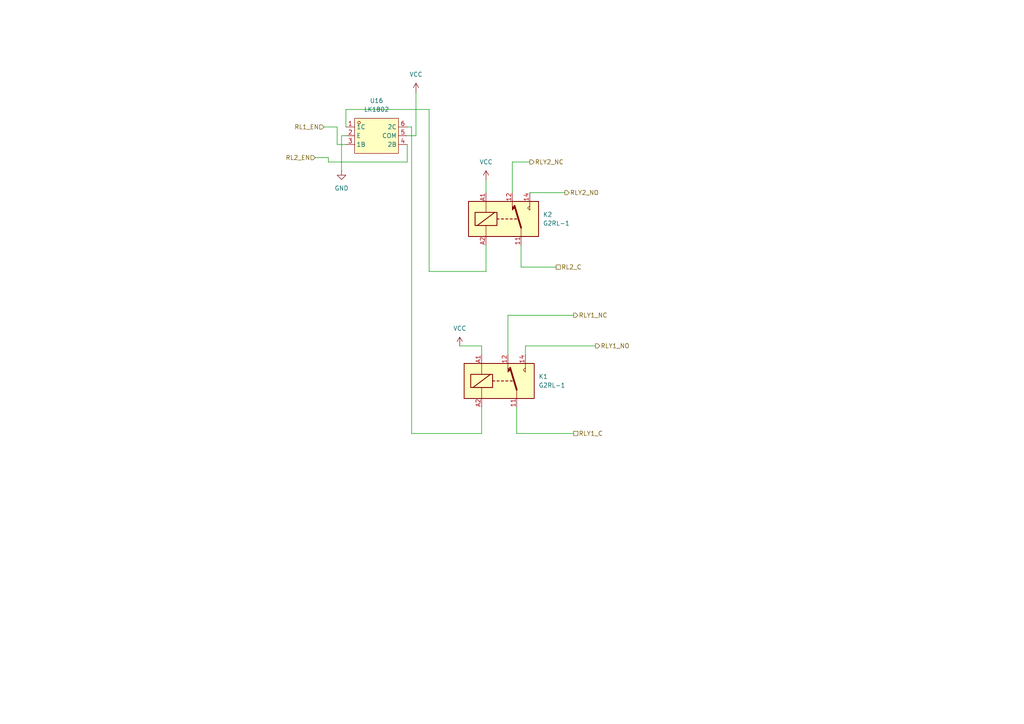
<source format=kicad_sch>
(kicad_sch
	(version 20250114)
	(generator "eeschema")
	(generator_version "9.0")
	(uuid "f0c0d355-bef8-4c0d-a8e6-fde3526caf66")
	(paper "A4")
	(lib_symbols
		(symbol "Relay:G2RL-1"
			(exclude_from_sim no)
			(in_bom yes)
			(on_board yes)
			(property "Reference" "K"
				(at 11.43 3.81 0)
				(effects
					(font
						(size 1.27 1.27)
					)
					(justify left)
				)
			)
			(property "Value" "G2RL-1"
				(at 11.43 1.27 0)
				(effects
					(font
						(size 1.27 1.27)
					)
					(justify left)
				)
			)
			(property "Footprint" "Relay_THT:Relay_SPDT_Omron_G2RL-1"
				(at 11.43 -1.27 0)
				(effects
					(font
						(size 1.27 1.27)
					)
					(justify left)
					(hide yes)
				)
			)
			(property "Datasheet" "https://omronfs.omron.com/en_US/ecb/products/pdf/en-g2rl.pdf"
				(at 0 0 0)
				(effects
					(font
						(size 1.27 1.27)
					)
					(hide yes)
				)
			)
			(property "Description" "General Purpose Low Profile Relay SPDT Through Hole, Omron G2RL series, 12A 250VAC"
				(at 0 0 0)
				(effects
					(font
						(size 1.27 1.27)
					)
					(hide yes)
				)
			)
			(property "ki_keywords" "Single Pole Relay SPDT Omron"
				(at 0 0 0)
				(effects
					(font
						(size 1.27 1.27)
					)
					(hide yes)
				)
			)
			(property "ki_fp_filters" "Relay?SPDT?Omron?G2RL*"
				(at 0 0 0)
				(effects
					(font
						(size 1.27 1.27)
					)
					(hide yes)
				)
			)
			(symbol "G2RL-1_0_0"
				(polyline
					(pts
						(xy 7.62 5.08) (xy 7.62 2.54) (xy 6.985 3.175) (xy 7.62 3.81)
					)
					(stroke
						(width 0)
						(type default)
					)
					(fill
						(type none)
					)
				)
			)
			(symbol "G2RL-1_0_1"
				(rectangle
					(start -10.16 5.08)
					(end 10.16 -5.08)
					(stroke
						(width 0.254)
						(type default)
					)
					(fill
						(type background)
					)
				)
				(rectangle
					(start -8.255 1.905)
					(end -1.905 -1.905)
					(stroke
						(width 0.254)
						(type default)
					)
					(fill
						(type none)
					)
				)
				(polyline
					(pts
						(xy -7.62 -1.905) (xy -2.54 1.905)
					)
					(stroke
						(width 0.254)
						(type default)
					)
					(fill
						(type none)
					)
				)
				(polyline
					(pts
						(xy -5.08 5.08) (xy -5.08 1.905)
					)
					(stroke
						(width 0)
						(type default)
					)
					(fill
						(type none)
					)
				)
				(polyline
					(pts
						(xy -5.08 -5.08) (xy -5.08 -1.905)
					)
					(stroke
						(width 0)
						(type default)
					)
					(fill
						(type none)
					)
				)
				(polyline
					(pts
						(xy -1.905 0) (xy -1.27 0)
					)
					(stroke
						(width 0.254)
						(type default)
					)
					(fill
						(type none)
					)
				)
				(polyline
					(pts
						(xy -0.635 0) (xy 0 0)
					)
					(stroke
						(width 0.254)
						(type default)
					)
					(fill
						(type none)
					)
				)
				(polyline
					(pts
						(xy 0.635 0) (xy 1.27 0)
					)
					(stroke
						(width 0.254)
						(type default)
					)
					(fill
						(type none)
					)
				)
				(polyline
					(pts
						(xy 1.905 0) (xy 2.54 0)
					)
					(stroke
						(width 0.254)
						(type default)
					)
					(fill
						(type none)
					)
				)
				(polyline
					(pts
						(xy 2.54 5.08) (xy 2.54 2.54) (xy 3.175 3.175) (xy 2.54 3.81)
					)
					(stroke
						(width 0)
						(type default)
					)
					(fill
						(type outline)
					)
				)
				(polyline
					(pts
						(xy 3.175 0) (xy 3.81 0)
					)
					(stroke
						(width 0.254)
						(type default)
					)
					(fill
						(type none)
					)
				)
				(polyline
					(pts
						(xy 5.08 -2.54) (xy 3.175 3.81)
					)
					(stroke
						(width 0.508)
						(type default)
					)
					(fill
						(type none)
					)
				)
				(polyline
					(pts
						(xy 5.08 -2.54) (xy 5.08 -5.08)
					)
					(stroke
						(width 0)
						(type default)
					)
					(fill
						(type none)
					)
				)
			)
			(symbol "G2RL-1_1_1"
				(pin passive line
					(at -5.08 7.62 270)
					(length 2.54)
					(name "~"
						(effects
							(font
								(size 1.27 1.27)
							)
						)
					)
					(number "A1"
						(effects
							(font
								(size 1.27 1.27)
							)
						)
					)
				)
				(pin passive line
					(at -5.08 -7.62 90)
					(length 2.54)
					(name "~"
						(effects
							(font
								(size 1.27 1.27)
							)
						)
					)
					(number "A2"
						(effects
							(font
								(size 1.27 1.27)
							)
						)
					)
				)
				(pin passive line
					(at 2.54 7.62 270)
					(length 2.54)
					(name "~"
						(effects
							(font
								(size 1.27 1.27)
							)
						)
					)
					(number "12"
						(effects
							(font
								(size 1.27 1.27)
							)
						)
					)
				)
				(pin passive line
					(at 5.08 -7.62 90)
					(length 2.54)
					(name "~"
						(effects
							(font
								(size 1.27 1.27)
							)
						)
					)
					(number "11"
						(effects
							(font
								(size 1.27 1.27)
							)
						)
					)
				)
				(pin passive line
					(at 7.62 7.62 270)
					(length 2.54)
					(name "~"
						(effects
							(font
								(size 1.27 1.27)
							)
						)
					)
					(number "14"
						(effects
							(font
								(size 1.27 1.27)
							)
						)
					)
				)
			)
			(embedded_fonts no)
		)
		(symbol "easyeda2kicad:LK1802"
			(exclude_from_sim no)
			(in_bom yes)
			(on_board yes)
			(property "Reference" "U"
				(at 0 7.62 0)
				(effects
					(font
						(size 1.27 1.27)
					)
				)
			)
			(property "Value" "LK1802"
				(at 0 -7.62 0)
				(effects
					(font
						(size 1.27 1.27)
					)
				)
			)
			(property "Footprint" "easyeda2kicad:SOT-23-6_L2.9-W1.6-P0.95-LS2.8-BR"
				(at 0 -10.16 0)
				(effects
					(font
						(size 1.27 1.27)
					)
					(hide yes)
				)
			)
			(property "Datasheet" ""
				(at 0 0 0)
				(effects
					(font
						(size 1.27 1.27)
					)
					(hide yes)
				)
			)
			(property "Description" ""
				(at 0 0 0)
				(effects
					(font
						(size 1.27 1.27)
					)
					(hide yes)
				)
			)
			(property "LCSC Part" "C2984831"
				(at 0 -12.7 0)
				(effects
					(font
						(size 1.27 1.27)
					)
					(hide yes)
				)
			)
			(symbol "LK1802_0_1"
				(rectangle
					(start -6.35 5.08)
					(end 6.35 -5.08)
					(stroke
						(width 0)
						(type default)
					)
					(fill
						(type background)
					)
				)
				(circle
					(center -5.08 3.81)
					(radius 0.38)
					(stroke
						(width 0)
						(type default)
					)
					(fill
						(type none)
					)
				)
				(pin unspecified line
					(at -8.89 2.54 0)
					(length 2.54)
					(name "1C"
						(effects
							(font
								(size 1.27 1.27)
							)
						)
					)
					(number "1"
						(effects
							(font
								(size 1.27 1.27)
							)
						)
					)
				)
				(pin unspecified line
					(at -8.89 0 0)
					(length 2.54)
					(name "E"
						(effects
							(font
								(size 1.27 1.27)
							)
						)
					)
					(number "2"
						(effects
							(font
								(size 1.27 1.27)
							)
						)
					)
				)
				(pin unspecified line
					(at -8.89 -2.54 0)
					(length 2.54)
					(name "1B"
						(effects
							(font
								(size 1.27 1.27)
							)
						)
					)
					(number "3"
						(effects
							(font
								(size 1.27 1.27)
							)
						)
					)
				)
				(pin unspecified line
					(at 8.89 2.54 180)
					(length 2.54)
					(name "2C"
						(effects
							(font
								(size 1.27 1.27)
							)
						)
					)
					(number "6"
						(effects
							(font
								(size 1.27 1.27)
							)
						)
					)
				)
				(pin unspecified line
					(at 8.89 0 180)
					(length 2.54)
					(name "COM"
						(effects
							(font
								(size 1.27 1.27)
							)
						)
					)
					(number "5"
						(effects
							(font
								(size 1.27 1.27)
							)
						)
					)
				)
				(pin unspecified line
					(at 8.89 -2.54 180)
					(length 2.54)
					(name "2B"
						(effects
							(font
								(size 1.27 1.27)
							)
						)
					)
					(number "4"
						(effects
							(font
								(size 1.27 1.27)
							)
						)
					)
				)
			)
			(embedded_fonts no)
		)
		(symbol "power:GND"
			(power)
			(pin_numbers
				(hide yes)
			)
			(pin_names
				(offset 0)
				(hide yes)
			)
			(exclude_from_sim no)
			(in_bom yes)
			(on_board yes)
			(property "Reference" "#PWR"
				(at 0 -6.35 0)
				(effects
					(font
						(size 1.27 1.27)
					)
					(hide yes)
				)
			)
			(property "Value" "GND"
				(at 0 -3.81 0)
				(effects
					(font
						(size 1.27 1.27)
					)
				)
			)
			(property "Footprint" ""
				(at 0 0 0)
				(effects
					(font
						(size 1.27 1.27)
					)
					(hide yes)
				)
			)
			(property "Datasheet" ""
				(at 0 0 0)
				(effects
					(font
						(size 1.27 1.27)
					)
					(hide yes)
				)
			)
			(property "Description" "Power symbol creates a global label with name \"GND\" , ground"
				(at 0 0 0)
				(effects
					(font
						(size 1.27 1.27)
					)
					(hide yes)
				)
			)
			(property "ki_keywords" "global power"
				(at 0 0 0)
				(effects
					(font
						(size 1.27 1.27)
					)
					(hide yes)
				)
			)
			(symbol "GND_0_1"
				(polyline
					(pts
						(xy 0 0) (xy 0 -1.27) (xy 1.27 -1.27) (xy 0 -2.54) (xy -1.27 -1.27) (xy 0 -1.27)
					)
					(stroke
						(width 0)
						(type default)
					)
					(fill
						(type none)
					)
				)
			)
			(symbol "GND_1_1"
				(pin power_in line
					(at 0 0 270)
					(length 0)
					(name "~"
						(effects
							(font
								(size 1.27 1.27)
							)
						)
					)
					(number "1"
						(effects
							(font
								(size 1.27 1.27)
							)
						)
					)
				)
			)
			(embedded_fonts no)
		)
		(symbol "power:VCC"
			(power)
			(pin_numbers
				(hide yes)
			)
			(pin_names
				(offset 0)
				(hide yes)
			)
			(exclude_from_sim no)
			(in_bom yes)
			(on_board yes)
			(property "Reference" "#PWR"
				(at 0 -3.81 0)
				(effects
					(font
						(size 1.27 1.27)
					)
					(hide yes)
				)
			)
			(property "Value" "VCC"
				(at 0 3.556 0)
				(effects
					(font
						(size 1.27 1.27)
					)
				)
			)
			(property "Footprint" ""
				(at 0 0 0)
				(effects
					(font
						(size 1.27 1.27)
					)
					(hide yes)
				)
			)
			(property "Datasheet" ""
				(at 0 0 0)
				(effects
					(font
						(size 1.27 1.27)
					)
					(hide yes)
				)
			)
			(property "Description" "Power symbol creates a global label with name \"VCC\""
				(at 0 0 0)
				(effects
					(font
						(size 1.27 1.27)
					)
					(hide yes)
				)
			)
			(property "ki_keywords" "global power"
				(at 0 0 0)
				(effects
					(font
						(size 1.27 1.27)
					)
					(hide yes)
				)
			)
			(symbol "VCC_0_1"
				(polyline
					(pts
						(xy -0.762 1.27) (xy 0 2.54)
					)
					(stroke
						(width 0)
						(type default)
					)
					(fill
						(type none)
					)
				)
				(polyline
					(pts
						(xy 0 2.54) (xy 0.762 1.27)
					)
					(stroke
						(width 0)
						(type default)
					)
					(fill
						(type none)
					)
				)
				(polyline
					(pts
						(xy 0 0) (xy 0 2.54)
					)
					(stroke
						(width 0)
						(type default)
					)
					(fill
						(type none)
					)
				)
			)
			(symbol "VCC_1_1"
				(pin power_in line
					(at 0 0 90)
					(length 0)
					(name "~"
						(effects
							(font
								(size 1.27 1.27)
							)
						)
					)
					(number "1"
						(effects
							(font
								(size 1.27 1.27)
							)
						)
					)
				)
			)
			(embedded_fonts no)
		)
	)
	(wire
		(pts
			(xy 91.44 45.72) (xy 95.25 45.72)
		)
		(stroke
			(width 0)
			(type default)
		)
		(uuid "04c4c06c-8b2e-4aa1-84a9-dacf2d7d8428")
	)
	(wire
		(pts
			(xy 118.11 36.83) (xy 119.38 36.83)
		)
		(stroke
			(width 0)
			(type default)
		)
		(uuid "0a25e465-eda1-4373-aee0-2320613b977b")
	)
	(wire
		(pts
			(xy 118.11 41.91) (xy 118.11 46.99)
		)
		(stroke
			(width 0)
			(type default)
		)
		(uuid "12a36efb-798a-4178-a564-a3b35c0e21ea")
	)
	(wire
		(pts
			(xy 153.67 55.88) (xy 163.83 55.88)
		)
		(stroke
			(width 0)
			(type default)
		)
		(uuid "3ce397b0-b17b-4eaf-b4e5-7217c5196d7d")
	)
	(wire
		(pts
			(xy 118.11 39.37) (xy 120.65 39.37)
		)
		(stroke
			(width 0)
			(type default)
		)
		(uuid "3d4e8413-04bd-472b-ae32-bf4b4dc87255")
	)
	(wire
		(pts
			(xy 100.33 31.75) (xy 124.46 31.75)
		)
		(stroke
			(width 0)
			(type default)
		)
		(uuid "4bc3335b-a3ae-4a85-b16a-2ad6721645db")
	)
	(wire
		(pts
			(xy 148.59 55.88) (xy 148.59 46.99)
		)
		(stroke
			(width 0)
			(type default)
		)
		(uuid "50c6ad9e-a1d0-4048-8d04-9b9dc55ca4b2")
	)
	(wire
		(pts
			(xy 93.98 36.83) (xy 97.79 36.83)
		)
		(stroke
			(width 0)
			(type default)
		)
		(uuid "59d42860-5f01-4cef-8b4d-ef9516818957")
	)
	(wire
		(pts
			(xy 152.4 100.33) (xy 172.72 100.33)
		)
		(stroke
			(width 0)
			(type default)
		)
		(uuid "64787a9b-f609-410b-b340-4d9c09b98b33")
	)
	(wire
		(pts
			(xy 140.97 52.07) (xy 140.97 55.88)
		)
		(stroke
			(width 0)
			(type default)
		)
		(uuid "64a9f3fb-6fa2-4864-9067-f7cfcc84a9ee")
	)
	(wire
		(pts
			(xy 149.86 125.73) (xy 149.86 118.11)
		)
		(stroke
			(width 0)
			(type default)
		)
		(uuid "696c5075-f4d2-4bb0-a6eb-8e35380fdf35")
	)
	(wire
		(pts
			(xy 161.29 77.47) (xy 151.13 77.47)
		)
		(stroke
			(width 0)
			(type default)
		)
		(uuid "6e381997-dab9-48f4-9907-88587915704f")
	)
	(wire
		(pts
			(xy 151.13 77.47) (xy 151.13 71.12)
		)
		(stroke
			(width 0)
			(type default)
		)
		(uuid "70c385b2-9b70-4e43-b1d8-c32e92508771")
	)
	(wire
		(pts
			(xy 100.33 36.83) (xy 100.33 31.75)
		)
		(stroke
			(width 0)
			(type default)
		)
		(uuid "81b1b8a0-c436-4bdb-b58c-6c8cc3b72ba5")
	)
	(wire
		(pts
			(xy 100.33 41.91) (xy 97.79 41.91)
		)
		(stroke
			(width 0)
			(type default)
		)
		(uuid "8856d1c2-9b28-43ac-b04b-62a1ef568b7d")
	)
	(wire
		(pts
			(xy 124.46 31.75) (xy 124.46 78.74)
		)
		(stroke
			(width 0)
			(type default)
		)
		(uuid "89e6d158-8db5-450c-a779-1c2fa6169362")
	)
	(wire
		(pts
			(xy 139.7 125.73) (xy 139.7 118.11)
		)
		(stroke
			(width 0)
			(type default)
		)
		(uuid "94bae566-02aa-40f6-a908-94b25eb392b8")
	)
	(wire
		(pts
			(xy 100.33 39.37) (xy 99.06 39.37)
		)
		(stroke
			(width 0)
			(type default)
		)
		(uuid "9fed31b4-7974-431b-ad23-d5f27f699eaa")
	)
	(wire
		(pts
			(xy 140.97 78.74) (xy 140.97 71.12)
		)
		(stroke
			(width 0)
			(type default)
		)
		(uuid "a4ffdbd2-22df-4194-8a61-ff7b184f670e")
	)
	(wire
		(pts
			(xy 95.25 46.99) (xy 95.25 45.72)
		)
		(stroke
			(width 0)
			(type default)
		)
		(uuid "ac06f1a3-a462-4773-a92b-2eaec1644fb8")
	)
	(wire
		(pts
			(xy 120.65 39.37) (xy 120.65 26.67)
		)
		(stroke
			(width 0)
			(type default)
		)
		(uuid "b035061d-e916-478e-b934-defe9817e7f2")
	)
	(wire
		(pts
			(xy 118.11 46.99) (xy 95.25 46.99)
		)
		(stroke
			(width 0)
			(type default)
		)
		(uuid "b10badca-128a-45c1-aa06-34f4450b506c")
	)
	(wire
		(pts
			(xy 147.32 91.44) (xy 166.37 91.44)
		)
		(stroke
			(width 0)
			(type default)
		)
		(uuid "b13e56fb-5e50-4737-b6d3-e56d1f3d4672")
	)
	(wire
		(pts
			(xy 124.46 78.74) (xy 140.97 78.74)
		)
		(stroke
			(width 0)
			(type default)
		)
		(uuid "b3b0b865-e1ff-4e1b-8435-31ca75974e00")
	)
	(wire
		(pts
			(xy 148.59 46.99) (xy 153.67 46.99)
		)
		(stroke
			(width 0)
			(type default)
		)
		(uuid "bbfe3fb2-b044-40f4-a57f-a3cfcb45f83b")
	)
	(wire
		(pts
			(xy 97.79 41.91) (xy 97.79 36.83)
		)
		(stroke
			(width 0)
			(type default)
		)
		(uuid "c33d0d11-4d59-4b93-abbf-cc6628800892")
	)
	(wire
		(pts
			(xy 149.86 125.73) (xy 166.37 125.73)
		)
		(stroke
			(width 0)
			(type default)
		)
		(uuid "c72aac4e-0bc8-4406-9e38-12f140ac71b8")
	)
	(wire
		(pts
			(xy 119.38 125.73) (xy 139.7 125.73)
		)
		(stroke
			(width 0)
			(type default)
		)
		(uuid "c7baa524-e194-440c-bb4f-70dbd369eaa9")
	)
	(wire
		(pts
			(xy 152.4 100.33) (xy 152.4 102.87)
		)
		(stroke
			(width 0)
			(type default)
		)
		(uuid "ccf90029-8ad6-4ff7-a2a4-432d1033afd8")
	)
	(wire
		(pts
			(xy 147.32 102.87) (xy 147.32 91.44)
		)
		(stroke
			(width 0)
			(type default)
		)
		(uuid "ce811ecf-6026-448c-83f4-018320158c5f")
	)
	(wire
		(pts
			(xy 119.38 36.83) (xy 119.38 125.73)
		)
		(stroke
			(width 0)
			(type default)
		)
		(uuid "ebd56e11-96a1-4fc8-b621-903e55e4df27")
	)
	(wire
		(pts
			(xy 133.35 100.33) (xy 139.7 100.33)
		)
		(stroke
			(width 0)
			(type default)
		)
		(uuid "ebee1216-88bd-4269-b065-0a75c955d893")
	)
	(wire
		(pts
			(xy 139.7 102.87) (xy 139.7 100.33)
		)
		(stroke
			(width 0)
			(type default)
		)
		(uuid "ec8fe67b-7028-4a16-9704-11af881c81af")
	)
	(wire
		(pts
			(xy 99.06 39.37) (xy 99.06 49.53)
		)
		(stroke
			(width 0)
			(type default)
		)
		(uuid "f71f397a-a792-4753-ba92-7438ebb9fb75")
	)
	(hierarchical_label "RL1_EN"
		(shape input)
		(at 93.98 36.83 180)
		(effects
			(font
				(size 1.27 1.27)
			)
			(justify right)
		)
		(uuid "12dca8f2-6be2-4642-a0ea-0e2fa78b47d9")
	)
	(hierarchical_label "RLY2_NC"
		(shape output)
		(at 153.67 46.99 0)
		(effects
			(font
				(size 1.27 1.27)
			)
			(justify left)
		)
		(uuid "27b9f241-5d0e-47ae-b217-8bd12d8db53c")
	)
	(hierarchical_label "RL2_EN"
		(shape input)
		(at 91.44 45.72 180)
		(effects
			(font
				(size 1.27 1.27)
			)
			(justify right)
		)
		(uuid "59113f7b-4276-47e9-b996-83415b7a7456")
	)
	(hierarchical_label "RLY1_C"
		(shape passive)
		(at 166.37 125.73 0)
		(effects
			(font
				(size 1.27 1.27)
			)
			(justify left)
		)
		(uuid "80fa3509-1f02-4f6b-b757-77da01a73e66")
	)
	(hierarchical_label "RLY1_NC"
		(shape output)
		(at 166.37 91.44 0)
		(effects
			(font
				(size 1.27 1.27)
			)
			(justify left)
		)
		(uuid "8b52caf0-1c07-4257-b5bb-d37a9f9488d2")
	)
	(hierarchical_label "RLY1_NO"
		(shape output)
		(at 172.72 100.33 0)
		(effects
			(font
				(size 1.27 1.27)
			)
			(justify left)
		)
		(uuid "b2d58568-e74a-4707-a655-2137ef8d6a8b")
	)
	(hierarchical_label "RL2_C"
		(shape passive)
		(at 161.29 77.47 0)
		(effects
			(font
				(size 1.27 1.27)
			)
			(justify left)
		)
		(uuid "bff96a72-1a4b-45ee-93d5-aa58c0938756")
	)
	(hierarchical_label "RLY2_NO"
		(shape output)
		(at 163.83 55.88 0)
		(effects
			(font
				(size 1.27 1.27)
			)
			(justify left)
		)
		(uuid "e88d8c08-8302-40b6-8fcb-994fc443e8a8")
	)
	(symbol
		(lib_id "Relay:G2RL-1")
		(at 144.78 110.49 0)
		(unit 1)
		(exclude_from_sim no)
		(in_bom yes)
		(on_board yes)
		(dnp no)
		(fields_autoplaced yes)
		(uuid "53a0cc23-ee23-41f6-aaf6-f75dc9fdcb6d")
		(property "Reference" "K1"
			(at 156.21 109.2199 0)
			(effects
				(font
					(size 1.27 1.27)
				)
				(justify left)
			)
		)
		(property "Value" "G2RL-1"
			(at 156.21 111.7599 0)
			(effects
				(font
					(size 1.27 1.27)
				)
				(justify left)
			)
		)
		(property "Footprint" "Relay_THT:Relay_SPDT_Omron_G2RL-1"
			(at 156.21 111.76 0)
			(effects
				(font
					(size 1.27 1.27)
				)
				(justify left)
				(hide yes)
			)
		)
		(property "Datasheet" "https://omronfs.omron.com/en_US/ecb/products/pdf/en-g2rl.pdf"
			(at 144.78 110.49 0)
			(effects
				(font
					(size 1.27 1.27)
				)
				(hide yes)
			)
		)
		(property "Description" "General Purpose Low Profile Relay SPDT Through Hole, Omron G2RL series, 12A 250VAC"
			(at 144.78 110.49 0)
			(effects
				(font
					(size 1.27 1.27)
				)
				(hide yes)
			)
		)
		(pin "14"
			(uuid "913b0545-32cd-4be1-b1d8-0b904a0f9841")
		)
		(pin "12"
			(uuid "10dd909d-b521-4f9b-884b-a5deb0d5b7e3")
		)
		(pin "A2"
			(uuid "6abdfe5c-c2bd-41a8-8671-08907f7255c5")
		)
		(pin "11"
			(uuid "bac7ffe9-ec16-4bb0-99fd-f3258edb3729")
		)
		(pin "A1"
			(uuid "4369b2df-fad7-411e-8b1a-a8eaa5dabed7")
		)
		(instances
			(project "NIVARA PROJECT"
				(path "/dc6fb271-dfd0-4448-98f1-862b1cc93a80/2ca62569-d560-4cca-9470-52fd378086ae/9b21e9e5-b655-49f0-9137-b3f6338b9f64"
					(reference "K1")
					(unit 1)
				)
			)
		)
	)
	(symbol
		(lib_id "easyeda2kicad:LK1802")
		(at 109.22 39.37 0)
		(unit 1)
		(exclude_from_sim no)
		(in_bom yes)
		(on_board yes)
		(dnp no)
		(fields_autoplaced yes)
		(uuid "575cdabf-c07f-4b22-bce6-6e4e354c9d1c")
		(property "Reference" "U16"
			(at 109.22 29.21 0)
			(effects
				(font
					(size 1.27 1.27)
				)
			)
		)
		(property "Value" "LK1802"
			(at 109.22 31.75 0)
			(effects
				(font
					(size 1.27 1.27)
				)
			)
		)
		(property "Footprint" "easyeda2kicad:SOT-23-6_L2.9-W1.6-P0.95-LS2.8-BR"
			(at 109.22 49.53 0)
			(effects
				(font
					(size 1.27 1.27)
				)
				(hide yes)
			)
		)
		(property "Datasheet" ""
			(at 109.22 39.37 0)
			(effects
				(font
					(size 1.27 1.27)
				)
				(hide yes)
			)
		)
		(property "Description" ""
			(at 109.22 39.37 0)
			(effects
				(font
					(size 1.27 1.27)
				)
				(hide yes)
			)
		)
		(property "LCSC Part" "C2984831"
			(at 109.22 52.07 0)
			(effects
				(font
					(size 1.27 1.27)
				)
				(hide yes)
			)
		)
		(pin "6"
			(uuid "e35a3f97-1950-4554-a3bc-df3ee0bd9220")
		)
		(pin "1"
			(uuid "6a5b077a-6b9b-4cbe-a5d2-6f978fef01ad")
		)
		(pin "2"
			(uuid "7b9577fd-d7e6-4c48-9ec0-74a1f869b9ea")
		)
		(pin "3"
			(uuid "979b3151-6be7-4e81-83d1-55296f7693ed")
		)
		(pin "4"
			(uuid "9cc90eed-94a4-4e21-9d5b-478de02cd1ad")
		)
		(pin "5"
			(uuid "c57e93f0-2887-4648-85e7-89e12ad99728")
		)
		(instances
			(project ""
				(path "/dc6fb271-dfd0-4448-98f1-862b1cc93a80/2ca62569-d560-4cca-9470-52fd378086ae/9b21e9e5-b655-49f0-9137-b3f6338b9f64"
					(reference "U16")
					(unit 1)
				)
			)
		)
	)
	(symbol
		(lib_id "Relay:G2RL-1")
		(at 146.05 63.5 0)
		(unit 1)
		(exclude_from_sim no)
		(in_bom yes)
		(on_board yes)
		(dnp no)
		(fields_autoplaced yes)
		(uuid "5ef310be-545f-4271-8265-dce3bc7130c9")
		(property "Reference" "K2"
			(at 157.48 62.2299 0)
			(effects
				(font
					(size 1.27 1.27)
				)
				(justify left)
			)
		)
		(property "Value" "G2RL-1"
			(at 157.48 64.7699 0)
			(effects
				(font
					(size 1.27 1.27)
				)
				(justify left)
			)
		)
		(property "Footprint" "Relay_THT:Relay_SPDT_Omron_G2RL-1"
			(at 157.48 64.77 0)
			(effects
				(font
					(size 1.27 1.27)
				)
				(justify left)
				(hide yes)
			)
		)
		(property "Datasheet" "https://omronfs.omron.com/en_US/ecb/products/pdf/en-g2rl.pdf"
			(at 146.05 63.5 0)
			(effects
				(font
					(size 1.27 1.27)
				)
				(hide yes)
			)
		)
		(property "Description" "General Purpose Low Profile Relay SPDT Through Hole, Omron G2RL series, 12A 250VAC"
			(at 146.05 63.5 0)
			(effects
				(font
					(size 1.27 1.27)
				)
				(hide yes)
			)
		)
		(pin "14"
			(uuid "b8d590f2-2397-43b5-902a-1faad1497f2b")
		)
		(pin "12"
			(uuid "02479fec-bc93-465d-9516-12e8a0175012")
		)
		(pin "A2"
			(uuid "4a488cc8-12e9-43f0-8e75-e7f06816aeab")
		)
		(pin "11"
			(uuid "a73cc4ba-23db-43fe-8d22-17b33c83a442")
		)
		(pin "A1"
			(uuid "c4e89f90-0304-4f40-8830-f65d4a1721e0")
		)
		(instances
			(project "NIVARA PROJECT"
				(path "/dc6fb271-dfd0-4448-98f1-862b1cc93a80/2ca62569-d560-4cca-9470-52fd378086ae/9b21e9e5-b655-49f0-9137-b3f6338b9f64"
					(reference "K2")
					(unit 1)
				)
			)
		)
	)
	(symbol
		(lib_id "power:GND")
		(at 99.06 49.53 0)
		(unit 1)
		(exclude_from_sim no)
		(in_bom yes)
		(on_board yes)
		(dnp no)
		(fields_autoplaced yes)
		(uuid "b8839346-5e62-4e4d-98fd-4fce610aad64")
		(property "Reference" "#PWR018"
			(at 99.06 55.88 0)
			(effects
				(font
					(size 1.27 1.27)
				)
				(hide yes)
			)
		)
		(property "Value" "GND"
			(at 99.06 54.61 0)
			(effects
				(font
					(size 1.27 1.27)
				)
			)
		)
		(property "Footprint" ""
			(at 99.06 49.53 0)
			(effects
				(font
					(size 1.27 1.27)
				)
				(hide yes)
			)
		)
		(property "Datasheet" ""
			(at 99.06 49.53 0)
			(effects
				(font
					(size 1.27 1.27)
				)
				(hide yes)
			)
		)
		(property "Description" "Power symbol creates a global label with name \"GND\" , ground"
			(at 99.06 49.53 0)
			(effects
				(font
					(size 1.27 1.27)
				)
				(hide yes)
			)
		)
		(pin "1"
			(uuid "958fa4b7-041f-4555-bfd8-45a080ecaef2")
		)
		(instances
			(project ""
				(path "/dc6fb271-dfd0-4448-98f1-862b1cc93a80/2ca62569-d560-4cca-9470-52fd378086ae/9b21e9e5-b655-49f0-9137-b3f6338b9f64"
					(reference "#PWR018")
					(unit 1)
				)
			)
		)
	)
	(symbol
		(lib_id "power:VCC")
		(at 120.65 26.67 0)
		(unit 1)
		(exclude_from_sim no)
		(in_bom yes)
		(on_board yes)
		(dnp no)
		(fields_autoplaced yes)
		(uuid "ef8de057-98bc-4e3d-9bbe-354ae9fda173")
		(property "Reference" "#PWR029"
			(at 120.65 30.48 0)
			(effects
				(font
					(size 1.27 1.27)
				)
				(hide yes)
			)
		)
		(property "Value" "VCC"
			(at 120.65 21.59 0)
			(effects
				(font
					(size 1.27 1.27)
				)
			)
		)
		(property "Footprint" ""
			(at 120.65 26.67 0)
			(effects
				(font
					(size 1.27 1.27)
				)
				(hide yes)
			)
		)
		(property "Datasheet" ""
			(at 120.65 26.67 0)
			(effects
				(font
					(size 1.27 1.27)
				)
				(hide yes)
			)
		)
		(property "Description" "Power symbol creates a global label with name \"VCC\""
			(at 120.65 26.67 0)
			(effects
				(font
					(size 1.27 1.27)
				)
				(hide yes)
			)
		)
		(pin "1"
			(uuid "b143c451-740d-4096-8bdc-d3e163034294")
		)
		(instances
			(project "NIVARA PROJECT"
				(path "/dc6fb271-dfd0-4448-98f1-862b1cc93a80/2ca62569-d560-4cca-9470-52fd378086ae/9b21e9e5-b655-49f0-9137-b3f6338b9f64"
					(reference "#PWR029")
					(unit 1)
				)
			)
		)
	)
	(symbol
		(lib_id "power:VCC")
		(at 140.97 52.07 0)
		(unit 1)
		(exclude_from_sim no)
		(in_bom yes)
		(on_board yes)
		(dnp no)
		(fields_autoplaced yes)
		(uuid "f1e54191-314f-41bf-8845-53826acd9d28")
		(property "Reference" "#PWR032"
			(at 140.97 55.88 0)
			(effects
				(font
					(size 1.27 1.27)
				)
				(hide yes)
			)
		)
		(property "Value" "VCC"
			(at 140.97 46.99 0)
			(effects
				(font
					(size 1.27 1.27)
				)
			)
		)
		(property "Footprint" ""
			(at 140.97 52.07 0)
			(effects
				(font
					(size 1.27 1.27)
				)
				(hide yes)
			)
		)
		(property "Datasheet" ""
			(at 140.97 52.07 0)
			(effects
				(font
					(size 1.27 1.27)
				)
				(hide yes)
			)
		)
		(property "Description" "Power symbol creates a global label with name \"VCC\""
			(at 140.97 52.07 0)
			(effects
				(font
					(size 1.27 1.27)
				)
				(hide yes)
			)
		)
		(pin "1"
			(uuid "77c17901-c2e4-44c6-ac23-ffd3363e4d25")
		)
		(instances
			(project "NIVARA PROJECT"
				(path "/dc6fb271-dfd0-4448-98f1-862b1cc93a80/2ca62569-d560-4cca-9470-52fd378086ae/9b21e9e5-b655-49f0-9137-b3f6338b9f64"
					(reference "#PWR032")
					(unit 1)
				)
			)
		)
	)
	(symbol
		(lib_id "power:VCC")
		(at 133.35 100.33 0)
		(unit 1)
		(exclude_from_sim no)
		(in_bom yes)
		(on_board yes)
		(dnp no)
		(fields_autoplaced yes)
		(uuid "ff8d7192-8bcf-429b-9525-09f554ea9f5e")
		(property "Reference" "#PWR031"
			(at 133.35 104.14 0)
			(effects
				(font
					(size 1.27 1.27)
				)
				(hide yes)
			)
		)
		(property "Value" "VCC"
			(at 133.35 95.25 0)
			(effects
				(font
					(size 1.27 1.27)
				)
			)
		)
		(property "Footprint" ""
			(at 133.35 100.33 0)
			(effects
				(font
					(size 1.27 1.27)
				)
				(hide yes)
			)
		)
		(property "Datasheet" ""
			(at 133.35 100.33 0)
			(effects
				(font
					(size 1.27 1.27)
				)
				(hide yes)
			)
		)
		(property "Description" "Power symbol creates a global label with name \"VCC\""
			(at 133.35 100.33 0)
			(effects
				(font
					(size 1.27 1.27)
				)
				(hide yes)
			)
		)
		(pin "1"
			(uuid "5fc232fa-8ed9-4789-ac6b-cb33a796110c")
		)
		(instances
			(project "NIVARA PROJECT"
				(path "/dc6fb271-dfd0-4448-98f1-862b1cc93a80/2ca62569-d560-4cca-9470-52fd378086ae/9b21e9e5-b655-49f0-9137-b3f6338b9f64"
					(reference "#PWR031")
					(unit 1)
				)
			)
		)
	)
)

</source>
